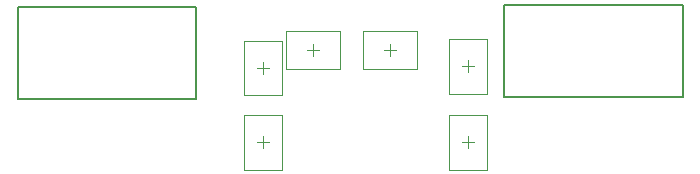
<source format=gbr>
%TF.GenerationSoftware,Altium Limited,Altium Designer,20.0.10 (225)*%
G04 Layer_Color=32768*
%FSLAX26Y26*%
%MOIN*%
%TF.FileFunction,Other,Top_Courtyard*%
%TF.Part,Single*%
G01*
G75*
%TA.AperFunction,NonConductor*%
%ADD22C,0.007874*%
%ADD25C,0.003937*%
%ADD27C,0.001968*%
D22*
X3486417Y1395016D02*
Y1699346D01*
X2891535Y1395016D02*
X3486417D01*
X2891535D02*
Y1699346D01*
X3486417D01*
X1270158Y1388780D02*
Y1693110D01*
X1865039D01*
Y1388780D02*
Y1693110D01*
X1270158Y1388780D02*
X1865039D01*
D25*
X2750315Y1496063D02*
X2789685D01*
X2770000Y1476378D02*
Y1515748D01*
X2750315Y1242690D02*
X2789685D01*
X2770000Y1223005D02*
Y1262375D01*
X2066929Y1242690D02*
X2106299D01*
X2086614Y1223005D02*
Y1262375D01*
X2066929Y1491218D02*
X2106299D01*
X2086614Y1471533D02*
Y1510903D01*
X2511102Y1530315D02*
Y1569685D01*
X2491417Y1550000D02*
X2530787D01*
X2255000Y1530315D02*
Y1569685D01*
X2235315Y1550000D02*
X2274685D01*
D27*
X2832992Y1405512D02*
Y1586614D01*
X2707008Y1405512D02*
Y1586614D01*
X2832992D01*
X2707008Y1405512D02*
X2832992D01*
Y1152139D02*
Y1333241D01*
X2707008Y1152139D02*
Y1333241D01*
X2832992D01*
X2707008Y1152139D02*
X2832992D01*
X2149606D02*
Y1333241D01*
X2023622Y1152139D02*
Y1333241D01*
X2149606D01*
X2023622Y1152139D02*
X2149606D01*
Y1400666D02*
Y1581769D01*
X2023622Y1400666D02*
Y1581769D01*
X2149606D01*
X2023622Y1400666D02*
X2149606D01*
X2420551Y1487008D02*
X2601653D01*
X2420551Y1612992D02*
X2601653D01*
Y1487008D02*
Y1612992D01*
X2420551Y1487008D02*
Y1612992D01*
X2164449Y1487008D02*
X2345551D01*
X2164449Y1612992D02*
X2345551D01*
Y1487008D02*
Y1612992D01*
X2164449Y1487008D02*
Y1612992D01*
%TF.MD5,2c2a8ed3ed5ef93ff1f4f26b5a2d8ad3*%
M02*

</source>
